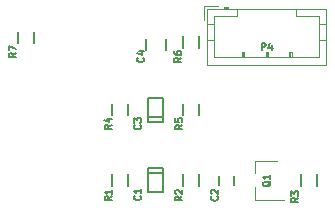
<source format=gto>
G04 #@! TF.FileFunction,Legend,Top*
%FSLAX46Y46*%
G04 Gerber Fmt 4.6, Leading zero omitted, Abs format (unit mm)*
G04 Created by KiCad (PCBNEW 4.0.7) date 04/30/18 07:13:17*
%MOMM*%
%LPD*%
G01*
G04 APERTURE LIST*
%ADD10C,0.100000*%
%ADD11C,0.120000*%
%ADD12C,0.150000*%
G04 APERTURE END LIST*
D10*
D11*
X144350925Y-118476123D02*
X144350925Y-123176123D01*
X144350925Y-123176123D02*
X154450925Y-123176123D01*
X154450925Y-123176123D02*
X154450925Y-118476123D01*
X154450925Y-118476123D02*
X144350925Y-118476123D01*
X146900925Y-118476123D02*
X146900925Y-119076123D01*
X146900925Y-119076123D02*
X144950925Y-119076123D01*
X144950925Y-119076123D02*
X144950925Y-122576123D01*
X144950925Y-122576123D02*
X153850925Y-122576123D01*
X153850925Y-122576123D02*
X153850925Y-119076123D01*
X153850925Y-119076123D02*
X151900925Y-119076123D01*
X151900925Y-119076123D02*
X151900925Y-118476123D01*
X144350925Y-119776123D02*
X144950925Y-119776123D01*
X144350925Y-121076123D02*
X144950925Y-121076123D01*
X154450925Y-119776123D02*
X153850925Y-119776123D01*
X154450925Y-121076123D02*
X153850925Y-121076123D01*
X146100925Y-118476123D02*
X146100925Y-118276123D01*
X146100925Y-118276123D02*
X145800925Y-118276123D01*
X145800925Y-118276123D02*
X145800925Y-118476123D01*
X146100925Y-118376123D02*
X145800925Y-118376123D01*
X147300925Y-122576123D02*
X147300925Y-122076123D01*
X147300925Y-122076123D02*
X147500925Y-122076123D01*
X147500925Y-122076123D02*
X147500925Y-122576123D01*
X147400925Y-122576123D02*
X147400925Y-122076123D01*
X149300925Y-122576123D02*
X149300925Y-122076123D01*
X149300925Y-122076123D02*
X149500925Y-122076123D01*
X149500925Y-122076123D02*
X149500925Y-122576123D01*
X149400925Y-122576123D02*
X149400925Y-122076123D01*
X151300925Y-122576123D02*
X151300925Y-122076123D01*
X151300925Y-122076123D02*
X151500925Y-122076123D01*
X151500925Y-122076123D02*
X151500925Y-122576123D01*
X151400925Y-122576123D02*
X151400925Y-122076123D01*
X145300925Y-118176123D02*
X144050925Y-118176123D01*
X144050925Y-118176123D02*
X144050925Y-119426123D01*
D12*
X137671080Y-132480738D02*
X137671080Y-133480738D01*
X136321080Y-133480738D02*
X136321080Y-132480738D01*
X139361080Y-132345738D02*
X140631080Y-132345738D01*
X139361080Y-133996738D02*
X140631080Y-133996738D01*
X140631080Y-133996738D02*
X140631080Y-131964738D01*
X140631080Y-131964738D02*
X139361080Y-131964738D01*
X139361080Y-131964738D02*
X139361080Y-133996738D01*
X146596080Y-132630738D02*
X146596080Y-133330738D01*
X145396080Y-133330738D02*
X145396080Y-132630738D01*
X140631080Y-127615738D02*
X139361080Y-127615738D01*
X140631080Y-125964738D02*
X139361080Y-125964738D01*
X139361080Y-125964738D02*
X139361080Y-127996738D01*
X139361080Y-127996738D02*
X140631080Y-127996738D01*
X140631080Y-127996738D02*
X140631080Y-125964738D01*
D11*
X150846080Y-134630738D02*
X148446080Y-134630738D01*
X148446080Y-134630738D02*
X148446080Y-133580738D01*
X150246080Y-131330738D02*
X148446080Y-131330738D01*
X148446080Y-131330738D02*
X148446080Y-132380738D01*
D12*
X142321080Y-133480738D02*
X142321080Y-132480738D01*
X143671080Y-132480738D02*
X143671080Y-133480738D01*
X152321080Y-133480738D02*
X152321080Y-132480738D01*
X153671080Y-132480738D02*
X153671080Y-133480738D01*
X137671080Y-126480738D02*
X137671080Y-127480738D01*
X136321080Y-127480738D02*
X136321080Y-126480738D01*
X142321080Y-127480738D02*
X142321080Y-126480738D01*
X143671080Y-126480738D02*
X143671080Y-127480738D01*
X143671080Y-120780738D02*
X143671080Y-121780738D01*
X142321080Y-121780738D02*
X142321080Y-120780738D01*
X129671080Y-120380738D02*
X129671080Y-121380738D01*
X128321080Y-121380738D02*
X128321080Y-120380738D01*
X140846080Y-121980738D02*
X140846080Y-120980738D01*
X139146080Y-120980738D02*
X139146080Y-121980738D01*
X148958068Y-121947552D02*
X148958068Y-121347552D01*
X149186640Y-121347552D01*
X149243782Y-121376123D01*
X149272354Y-121404694D01*
X149300925Y-121461837D01*
X149300925Y-121547552D01*
X149272354Y-121604694D01*
X149243782Y-121633266D01*
X149186640Y-121661837D01*
X148958068Y-121661837D01*
X149815211Y-121547552D02*
X149815211Y-121947552D01*
X149672354Y-121318980D02*
X149529497Y-121747552D01*
X149900925Y-121747552D01*
X136267509Y-134330738D02*
X135981794Y-134530738D01*
X136267509Y-134673595D02*
X135667509Y-134673595D01*
X135667509Y-134445023D01*
X135696080Y-134387881D01*
X135724651Y-134359309D01*
X135781794Y-134330738D01*
X135867509Y-134330738D01*
X135924651Y-134359309D01*
X135953223Y-134387881D01*
X135981794Y-134445023D01*
X135981794Y-134673595D01*
X136267509Y-133759309D02*
X136267509Y-134102166D01*
X136267509Y-133930738D02*
X135667509Y-133930738D01*
X135753223Y-133987881D01*
X135810366Y-134045023D01*
X135838937Y-134102166D01*
X138710366Y-134280738D02*
X138738937Y-134309309D01*
X138767509Y-134395023D01*
X138767509Y-134452166D01*
X138738937Y-134537881D01*
X138681794Y-134595023D01*
X138624651Y-134623595D01*
X138510366Y-134652166D01*
X138424651Y-134652166D01*
X138310366Y-134623595D01*
X138253223Y-134595023D01*
X138196080Y-134537881D01*
X138167509Y-134452166D01*
X138167509Y-134395023D01*
X138196080Y-134309309D01*
X138224651Y-134280738D01*
X138767509Y-133709309D02*
X138767509Y-134052166D01*
X138767509Y-133880738D02*
X138167509Y-133880738D01*
X138253223Y-133937881D01*
X138310366Y-133995023D01*
X138338937Y-134052166D01*
X145210366Y-134330738D02*
X145238937Y-134359309D01*
X145267509Y-134445023D01*
X145267509Y-134502166D01*
X145238937Y-134587881D01*
X145181794Y-134645023D01*
X145124651Y-134673595D01*
X145010366Y-134702166D01*
X144924651Y-134702166D01*
X144810366Y-134673595D01*
X144753223Y-134645023D01*
X144696080Y-134587881D01*
X144667509Y-134502166D01*
X144667509Y-134445023D01*
X144696080Y-134359309D01*
X144724651Y-134330738D01*
X144724651Y-134102166D02*
X144696080Y-134073595D01*
X144667509Y-134016452D01*
X144667509Y-133873595D01*
X144696080Y-133816452D01*
X144724651Y-133787881D01*
X144781794Y-133759309D01*
X144838937Y-133759309D01*
X144924651Y-133787881D01*
X145267509Y-134130738D01*
X145267509Y-133759309D01*
X138710366Y-128280738D02*
X138738937Y-128309309D01*
X138767509Y-128395023D01*
X138767509Y-128452166D01*
X138738937Y-128537881D01*
X138681794Y-128595023D01*
X138624651Y-128623595D01*
X138510366Y-128652166D01*
X138424651Y-128652166D01*
X138310366Y-128623595D01*
X138253223Y-128595023D01*
X138196080Y-128537881D01*
X138167509Y-128452166D01*
X138167509Y-128395023D01*
X138196080Y-128309309D01*
X138224651Y-128280738D01*
X138167509Y-128080738D02*
X138167509Y-127709309D01*
X138396080Y-127909309D01*
X138396080Y-127823595D01*
X138424651Y-127766452D01*
X138453223Y-127737881D01*
X138510366Y-127709309D01*
X138653223Y-127709309D01*
X138710366Y-127737881D01*
X138738937Y-127766452D01*
X138767509Y-127823595D01*
X138767509Y-127995023D01*
X138738937Y-128052166D01*
X138710366Y-128080738D01*
X149724651Y-133062881D02*
X149696080Y-133120024D01*
X149638937Y-133177167D01*
X149553223Y-133262881D01*
X149524651Y-133320024D01*
X149524651Y-133377167D01*
X149667509Y-133348595D02*
X149638937Y-133405738D01*
X149581794Y-133462881D01*
X149467509Y-133491452D01*
X149267509Y-133491452D01*
X149153223Y-133462881D01*
X149096080Y-133405738D01*
X149067509Y-133348595D01*
X149067509Y-133234309D01*
X149096080Y-133177167D01*
X149153223Y-133120024D01*
X149267509Y-133091452D01*
X149467509Y-133091452D01*
X149581794Y-133120024D01*
X149638937Y-133177167D01*
X149667509Y-133234309D01*
X149667509Y-133348595D01*
X149667509Y-132520024D02*
X149667509Y-132862881D01*
X149667509Y-132691453D02*
X149067509Y-132691453D01*
X149153223Y-132748596D01*
X149210366Y-132805738D01*
X149238937Y-132862881D01*
X142267509Y-134330738D02*
X141981794Y-134530738D01*
X142267509Y-134673595D02*
X141667509Y-134673595D01*
X141667509Y-134445023D01*
X141696080Y-134387881D01*
X141724651Y-134359309D01*
X141781794Y-134330738D01*
X141867509Y-134330738D01*
X141924651Y-134359309D01*
X141953223Y-134387881D01*
X141981794Y-134445023D01*
X141981794Y-134673595D01*
X141724651Y-134102166D02*
X141696080Y-134073595D01*
X141667509Y-134016452D01*
X141667509Y-133873595D01*
X141696080Y-133816452D01*
X141724651Y-133787881D01*
X141781794Y-133759309D01*
X141838937Y-133759309D01*
X141924651Y-133787881D01*
X142267509Y-134130738D01*
X142267509Y-133759309D01*
X152067509Y-134480738D02*
X151781794Y-134680738D01*
X152067509Y-134823595D02*
X151467509Y-134823595D01*
X151467509Y-134595023D01*
X151496080Y-134537881D01*
X151524651Y-134509309D01*
X151581794Y-134480738D01*
X151667509Y-134480738D01*
X151724651Y-134509309D01*
X151753223Y-134537881D01*
X151781794Y-134595023D01*
X151781794Y-134823595D01*
X151467509Y-134280738D02*
X151467509Y-133909309D01*
X151696080Y-134109309D01*
X151696080Y-134023595D01*
X151724651Y-133966452D01*
X151753223Y-133937881D01*
X151810366Y-133909309D01*
X151953223Y-133909309D01*
X152010366Y-133937881D01*
X152038937Y-133966452D01*
X152067509Y-134023595D01*
X152067509Y-134195023D01*
X152038937Y-134252166D01*
X152010366Y-134280738D01*
X136267509Y-128280738D02*
X135981794Y-128480738D01*
X136267509Y-128623595D02*
X135667509Y-128623595D01*
X135667509Y-128395023D01*
X135696080Y-128337881D01*
X135724651Y-128309309D01*
X135781794Y-128280738D01*
X135867509Y-128280738D01*
X135924651Y-128309309D01*
X135953223Y-128337881D01*
X135981794Y-128395023D01*
X135981794Y-128623595D01*
X135867509Y-127766452D02*
X136267509Y-127766452D01*
X135638937Y-127909309D02*
X136067509Y-128052166D01*
X136067509Y-127680738D01*
X142267509Y-128280738D02*
X141981794Y-128480738D01*
X142267509Y-128623595D02*
X141667509Y-128623595D01*
X141667509Y-128395023D01*
X141696080Y-128337881D01*
X141724651Y-128309309D01*
X141781794Y-128280738D01*
X141867509Y-128280738D01*
X141924651Y-128309309D01*
X141953223Y-128337881D01*
X141981794Y-128395023D01*
X141981794Y-128623595D01*
X141667509Y-127737881D02*
X141667509Y-128023595D01*
X141953223Y-128052166D01*
X141924651Y-128023595D01*
X141896080Y-127966452D01*
X141896080Y-127823595D01*
X141924651Y-127766452D01*
X141953223Y-127737881D01*
X142010366Y-127709309D01*
X142153223Y-127709309D01*
X142210366Y-127737881D01*
X142238937Y-127766452D01*
X142267509Y-127823595D01*
X142267509Y-127966452D01*
X142238937Y-128023595D01*
X142210366Y-128052166D01*
X142167509Y-122580738D02*
X141881794Y-122780738D01*
X142167509Y-122923595D02*
X141567509Y-122923595D01*
X141567509Y-122695023D01*
X141596080Y-122637881D01*
X141624651Y-122609309D01*
X141681794Y-122580738D01*
X141767509Y-122580738D01*
X141824651Y-122609309D01*
X141853223Y-122637881D01*
X141881794Y-122695023D01*
X141881794Y-122923595D01*
X141567509Y-122066452D02*
X141567509Y-122180738D01*
X141596080Y-122237881D01*
X141624651Y-122266452D01*
X141710366Y-122323595D01*
X141824651Y-122352166D01*
X142053223Y-122352166D01*
X142110366Y-122323595D01*
X142138937Y-122295023D01*
X142167509Y-122237881D01*
X142167509Y-122123595D01*
X142138937Y-122066452D01*
X142110366Y-122037881D01*
X142053223Y-122009309D01*
X141910366Y-122009309D01*
X141853223Y-122037881D01*
X141824651Y-122066452D01*
X141796080Y-122123595D01*
X141796080Y-122237881D01*
X141824651Y-122295023D01*
X141853223Y-122323595D01*
X141910366Y-122352166D01*
X128167509Y-122180738D02*
X127881794Y-122380738D01*
X128167509Y-122523595D02*
X127567509Y-122523595D01*
X127567509Y-122295023D01*
X127596080Y-122237881D01*
X127624651Y-122209309D01*
X127681794Y-122180738D01*
X127767509Y-122180738D01*
X127824651Y-122209309D01*
X127853223Y-122237881D01*
X127881794Y-122295023D01*
X127881794Y-122523595D01*
X127567509Y-121980738D02*
X127567509Y-121580738D01*
X128167509Y-121837881D01*
X138960366Y-122580738D02*
X138988937Y-122609309D01*
X139017509Y-122695023D01*
X139017509Y-122752166D01*
X138988937Y-122837881D01*
X138931794Y-122895023D01*
X138874651Y-122923595D01*
X138760366Y-122952166D01*
X138674651Y-122952166D01*
X138560366Y-122923595D01*
X138503223Y-122895023D01*
X138446080Y-122837881D01*
X138417509Y-122752166D01*
X138417509Y-122695023D01*
X138446080Y-122609309D01*
X138474651Y-122580738D01*
X138617509Y-122066452D02*
X139017509Y-122066452D01*
X138388937Y-122209309D02*
X138817509Y-122352166D01*
X138817509Y-121980738D01*
M02*

</source>
